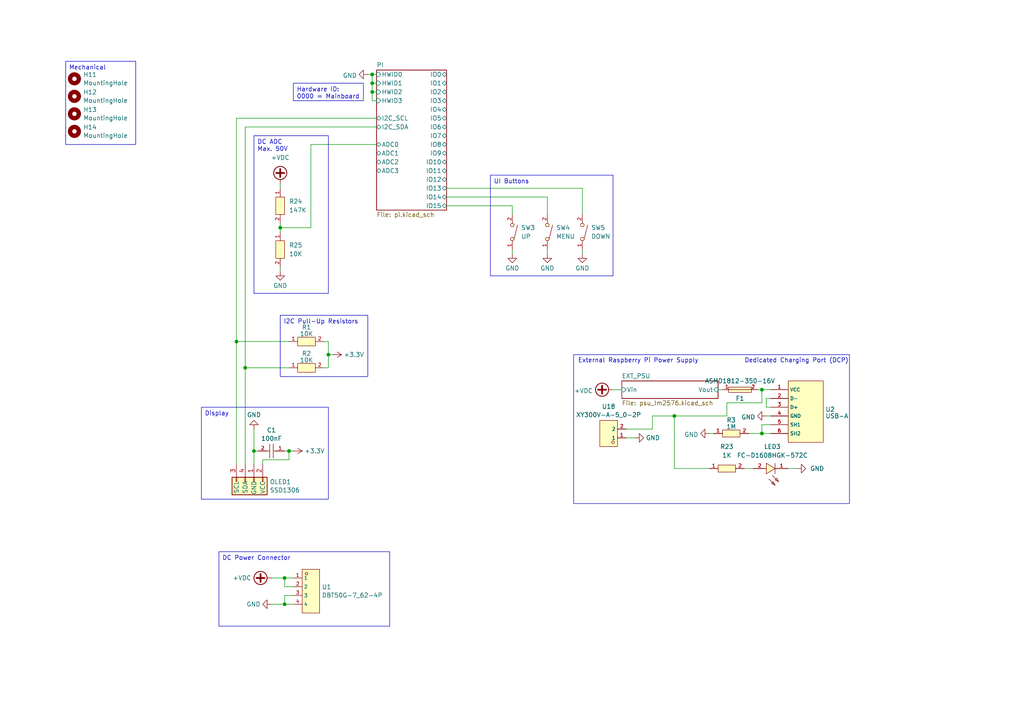
<source format=kicad_sch>
(kicad_sch (version 20230121) (generator eeschema)
  (paper "A4")
  (title_block (title "Dispensy Mainboard") (date "2024-01-28") (rev "0") (company "DrinkRobotics") (comment 1 "https://git.xythobuz.de/thomas/Dispensy") (comment 2 "Licensed under the CERN-OHL-S-2.0+") (comment 3 "PCB Thickness: 1mm") (comment 4 "Copyright (c) 2023 - 2024 Thomas Buck <thomas@xythobuz.de>"))
  (lib_symbols
    (symbol "Mechanical:MountingHole" (pin_names (offset 1.016))
      (property "Reference" "H" (at 0 5.08 0))
      (property "Value" "MountingHole" (at 0 3.175 0))
      (symbol "MountingHole_0_1"
        (circle (center 0 0) (radius 1.27) (stroke (width 1.27)))
      )
    )
    (symbol "SSD1306:SSD1306" (pin_names (offset 1.016))
      (property "Reference" "OLED" (at 0 5.08 0))
      (property "Value" "SSD1306" (at 0 -7.62 0))
      (symbol "SSD1306_1_1"
        (rectangle (start -1.27 -4.953) (end 0 -5.207) (stroke (width 0.1524)))
        (rectangle (start -1.27 -2.413) (end 0 -2.667) (stroke (width 0.1524)))
        (rectangle (start -1.27 0.127) (end 0 -0.127) (stroke (width 0.1524)))
        (rectangle (start -1.27 2.667) (end 0 2.413) (stroke (width 0.1524)))
        (rectangle (start -1.27 3.81) (end 3.81 -6.35) (stroke (width 0.254)) (fill (type background)))
        (pin power_in line (at -5.08 0 0) (length 3.81) (name "GND") (number "1"))
        (pin power_in line (at -5.08 2.54 0) (length 3.81) (name "VCC") (number "2"))
        (pin input line (at -5.08 -5.08 0) (length 3.81) (name "SCL") (number "3"))
        (pin bidirectional line (at -5.08 -2.54 0) (length 3.81) (name "SDA") (number "4"))
      )
    )
    (symbol "jlc:AC0402FR-071ML" (pin_names hide)
      (property "Reference" "R" (at 0 1.27 0))
      (property "Value" "AC0402FR-071ML" (at 0 -2.54 0))
      (symbol "AC0402FR-071ML_0_1"
        (rectangle (start -2.54 1.016) (end 2.54 -1.016) (fill (type background)))
        (pin unspecified line (at -5.08 0 0) (length 2.54) (name "1") (number "1"))
        (pin unspecified line (at 5.08 0 180) (length 2.54) (name "2") (number "2"))
      )
    )
    (symbol "jlc:ASMD1812-350-16V" (pin_names hide)
      (property "Reference" "F" (at 0 1.27 0))
      (property "Value" "ASMD1812-350-16V" (at 0 -2.54 0))
      (symbol "ASMD1812-350-16V_0_1"
        (rectangle (start -3.302 0.762) (end 3.302 -0.762) (fill (type background)))
        (polyline (pts (xy -2.54 0) (xy 2.54 0)))
        (pin unspecified line (at -5.08 0 0) (length 2.54) (name "1") (number "1"))
        (pin unspecified line (at 5.08 0 180) (length 2.54) (name "2") (number "2"))
      )
    )
    (symbol "jlc:CC0402KRX7R8BB104" (pin_names hide)
      (property "Reference" "C" (at 0 1.27 0))
      (property "Value" "CC0402KRX7R8BB104" (at 0 -2.54 0))
      (symbol "CC0402KRX7R8BB104_0_1"
        (polyline (pts (xy -1.27 0) (xy -0.508 0)))
        (polyline (pts (xy -0.508 2.032) (xy -0.508 -2.032)))
        (polyline (pts (xy 0.508 0) (xy 1.27 0)))
        (polyline (pts (xy 0.508 2.032) (xy 0.508 -2.032)))
        (pin input line (at -3.81 0 0) (length 2.54) (name "1") (number "1"))
        (pin input line (at 3.81 0 180) (length 2.54) (name "2") (number "2"))
      )
    )
    (symbol "jlc:CR-02FL6----1K" (pin_names hide)
      (property "Reference" "R" (at 0 1.27 0))
      (property "Value" "CR-02FL6----1K" (at 0 -2.54 0))
      (symbol "CR-02FL6----1K_0_1"
        (rectangle (start -2.54 1.016) (end 2.54 -1.016) (fill (type background)))
        (pin unspecified line (at -5.08 0 0) (length 2.54) (name "1") (number "1"))
        (pin unspecified line (at 5.08 0 180) (length 2.54) (name "2") (number "2"))
      )
    )
    (symbol "jlc:CR-02FL6---10K" (pin_names hide)
      (property "Reference" "R" (at 0 1.27 0))
      (property "Value" "CR-02FL6---10K" (at 0 -2.54 0))
      (symbol "CR-02FL6---10K_0_1"
        (rectangle (start -2.54 1.27) (end 2.54 -1.27) (fill (type background)))
        (pin unspecified line (at -5.08 0 0) (length 2.54) (name "1") (number "1"))
        (pin unspecified line (at 5.08 0 180) (length 2.54) (name "2") (number "2"))
      )
    )
    (symbol "jlc:CR0402F147KQ10Z" (pin_names hide)
      (property "Reference" "R" (at 0 1.27 0))
      (property "Value" "CR0402F147KQ10Z" (at 0 -2.54 0))
      (symbol "CR0402F147KQ10Z_0_1"
        (rectangle (start -2.54 1.27) (end 2.54 -1.27) (fill (type background)))
        (pin unspecified line (at -5.08 0 0) (length 2.54) (name "1") (number "1"))
        (pin unspecified line (at 5.08 0 180) (length 2.54) (name "2") (number "2"))
      )
    )
    (symbol "jlc:DBT50G-7_62-4P"
      (property "Reference" "U" (at 0 1.27 0))
      (property "Value" "DBT50G-7_62-4P" (at 0 -2.54 0))
      (symbol "DBT50G-7_62-4P_0_1"
        (rectangle (start -2.54 6.35) (end 2.54 -6.35) (fill (type background)))
        (circle (center -1.27 5.08) (radius 0.381) (fill (type background)))
        (pin unspecified line (at -5.08 3.81 0) (length 2.54) (name "1") (number "1"))
        (pin unspecified line (at -5.08 1.27 0) (length 2.54) (name "2") (number "2"))
        (pin unspecified line (at -5.08 -1.27 0) (length 2.54) (name "3") (number "3"))
        (pin unspecified line (at -5.08 -3.81 0) (length 2.54) (name "4") (number "4"))
      )
    )
    (symbol "jlc:FC-D1608HGK-572C" (pin_names hide)
      (property "Reference" "LED" (at 0 1.27 0))
      (property "Value" "FC-D1608HGK-572C" (at 0 -2.54 0))
      (symbol "FC-D1608HGK-572C_0_1"
        (polyline (pts (xy -1.27 1.524) (xy -1.27 -1.524)))
        (polyline (pts (xy -0.508 2.032) (xy -2.286 3.81)))
        (polyline (pts (xy 0.508 3.048) (xy -1.27 4.826)))
        (polyline (pts (xy -2.286 3.81) (xy -1.27 3.302) (xy -1.778 2.794) (xy -2.286 3.81)) (fill (type background)))
        (polyline (pts (xy -1.27 4.826) (xy -0.254 4.318) (xy -0.762 3.81) (xy -1.27 4.826)) (fill (type background)))
        (polyline (pts (xy 1.27 -1.524) (xy -1.27 0) (xy 1.27 1.524) (xy 1.27 -1.524)) (fill (type background)))
        (pin input line (at -5.08 0 0) (length 3.81) (name "-") (number "1"))
        (pin input line (at 5.08 0 180) (length 3.81) (name "+") (number "2"))
      )
    )
    (symbol "jlc:TS-1092U-B3D2" (pin_names hide)
      (property "Reference" "SW" (at 0 1.27 0))
      (property "Value" "TS-1092U-B3D2" (at 0 -2.54 0))
      (symbol "TS-1092U-B3D2_0_1"
        (circle (center -2.032 0) (radius 0.508) (fill (type background)))
        (polyline (pts (xy 2.032 1.524) (xy -2.032 0.508)))
        (circle (center 2.032 0) (radius 0.508) (fill (type background)))
        (pin unspecified line (at -5.08 0 0) (length 2.54) (name "1") (number "1"))
        (pin unspecified line (at 5.08 0 180) (length 2.54) (name "2") (number "2"))
      )
    )
    (symbol "jlc:U-USBAR04P-F000"
      (property "Reference" "U" (at 0 1.27 0))
      (property "Value" "U-USBAR04P-F000" (at 0 -2.54 0))
      (symbol "U-USBAR04P-F000_0_1"
        (rectangle (start -2.54 10.16) (end 7.62 -7.62) (fill (type background)))
        (pin unspecified line (at -7.62 7.62 0) (length 5.08) (name "VCC") (number "1"))
        (pin unspecified line (at -7.62 5.08 0) (length 5.08) (name "D-") (number "2"))
        (pin unspecified line (at -7.62 2.54 0) (length 5.08) (name "D+") (number "3"))
        (pin unspecified line (at -7.62 0 0) (length 5.08) (name "GND") (number "4"))
        (pin unspecified line (at -7.62 -2.54 0) (length 5.08) (name "SH1") (number "5"))
        (pin unspecified line (at -7.62 -5.08 0) (length 5.08) (name "SH2") (number "6"))
      )
    )
    (symbol "jlc:XY300V-A-5_0-2P"
      (property "Reference" "U" (at 0 1.27 0))
      (property "Value" "XY300V-A-5_0-2P" (at 0 -2.54 0))
      (symbol "XY300V-A-5_0-2P_0_1"
        (rectangle (start -2.54 3.81) (end 2.54 -3.81) (fill (type background)))
        (circle (center -1.27 2.54) (radius 0.381) (fill (type background)))
        (pin unspecified line (at -5.08 1.27 0) (length 2.54) (name "1") (number "1"))
        (pin unspecified line (at -5.08 -1.27 0) (length 2.54) (name "2") (number "2"))
      )
    )
    (symbol "power:+3.3V" (power) (pin_names (offset 0))
      (property "Value" "+3.3V" (at 0 3.556 0))
      (symbol "+3.3V_0_1"
        (polyline (pts (xy -0.762 1.27) (xy 0 2.54)))
        (polyline (pts (xy 0 0) (xy 0 2.54)))
        (polyline (pts (xy 0 2.54) (xy 0.762 1.27)))
      )
      (symbol "+3.3V_1_1"
        (pin power_in line (at 0 0 90) (length 0) hide (name "+3.3V") (number "1"))
      )
    )
    (symbol "power:+VDC" (power) (pin_names (offset 0))
      (property "Value" "+VDC" (at 0 6.35 0))
      (symbol "+VDC_0_1"
        (polyline (pts (xy -1.143 3.175) (xy 1.143 3.175)) (stroke (width 0.508)))
        (polyline (pts (xy 0 0) (xy 0 1.27)))
        (polyline (pts (xy 0 2.032) (xy 0 4.318)) (stroke (width 0.508)))
        (circle (center 0 3.175) (radius 1.905) (stroke (width 0.254)))
      )
      (symbol "+VDC_1_1"
        (pin power_in line (at 0 0 90) (length 0) hide (name "+VDC") (number "1"))
      )
    )
    (symbol "power:GND" (power) (pin_names (offset 0))
      (property "Value" "GND" (at 0 -3.81 0))
      (symbol "GND_0_1"
        (polyline (pts (xy 0 0) (xy 0 -1.27) (xy 1.27 -1.27) (xy 0 -2.54) (xy -1.27 -1.27) (xy 0 -1.27)))
      )
      (symbol "GND_1_1"
        (pin power_in line (at 0 0 270) (length 0) hide (name "GND") (number "1"))
      )
    )
  )
  (junction (at 71.12 106.68))
  (junction (at 82.55 167.64))
  (junction (at 95.25 102.87))
  (junction (at 81.28 66.04))
  (junction (at 195.58 120.65))
  (junction (at 82.55 175.26))
  (junction (at 220.98 125.73))
  (junction (at 68.58 99.06))
  (junction (at 107.95 24.13))
  (junction (at 107.95 26.67))
  (junction (at 73.66 130.81))
  (junction (at 83.82 130.81))
  (junction (at 107.95 21.59))
  (junction (at 220.98 113.03))
  (wire (pts (xy 181.61 124.46) (xy 189.23 124.46)))
  (wire (pts (xy 210.82 116.84) (xy 220.98 116.84)))
  (wire (pts (xy 220.98 125.73) (xy 217.17 125.73)))
  (wire (pts (xy 222.25 115.57) (xy 223.52 115.57)))
  (wire (pts (xy 106.68 21.59) (xy 107.95 21.59)))
  (wire (pts (xy 81.28 64.77) (xy 81.28 66.04)))
  (wire (pts (xy 129.54 54.61) (xy 168.91 54.61)))
  (wire (pts (xy 129.54 57.15) (xy 158.75 57.15)))
  (wire (pts (xy 83.82 133.35) (xy 83.82 130.81)))
  (wire (pts (xy 76.2 134.62) (xy 76.2 133.35)))
  (wire (pts (xy 73.66 130.81) (xy 73.66 134.62)))
  (wire (pts (xy 82.55 172.72) (xy 82.55 175.26)))
  (wire (pts (xy 85.09 172.72) (xy 82.55 172.72)))
  (wire (pts (xy 71.12 36.83) (xy 109.22 36.83)))
  (wire (pts (xy 93.98 106.68) (xy 95.25 106.68)))
  (wire (pts (xy 210.82 120.65) (xy 210.82 116.84)))
  (wire (pts (xy 71.12 106.68) (xy 83.82 106.68)))
  (wire (pts (xy 228.6 135.89) (xy 231.14 135.89)))
  (wire (pts (xy 95.25 102.87) (xy 96.52 102.87)))
  (wire (pts (xy 195.58 120.65) (xy 210.82 120.65)))
  (wire (pts (xy 73.66 124.46) (xy 73.66 130.81)))
  (wire (pts (xy 222.25 120.65) (xy 223.52 120.65)))
  (wire (pts (xy 109.22 29.21) (xy 107.95 29.21)))
  (wire (pts (xy 107.95 29.21) (xy 107.95 26.67)))
  (wire (pts (xy 82.55 170.18) (xy 82.55 167.64)))
  (wire (pts (xy 158.75 72.39) (xy 158.75 73.66)))
  (wire (pts (xy 195.58 135.89) (xy 195.58 120.65)))
  (wire (pts (xy 189.23 120.65) (xy 195.58 120.65)))
  (wire (pts (xy 68.58 34.29) (xy 109.22 34.29)))
  (wire (pts (xy 78.74 175.26) (xy 82.55 175.26)))
  (wire (pts (xy 205.74 125.73) (xy 207.01 125.73)))
  (wire (pts (xy 181.61 127) (xy 184.15 127)))
  (wire (pts (xy 82.55 130.81) (xy 83.82 130.81)))
  (wire (pts (xy 90.17 41.91) (xy 90.17 66.04)))
  (wire (pts (xy 82.55 167.64) (xy 85.09 167.64)))
  (wire (pts (xy 219.71 113.03) (xy 220.98 113.03)))
  (wire (pts (xy 220.98 113.03) (xy 223.52 113.03)))
  (wire (pts (xy 68.58 134.62) (xy 68.58 99.06)))
  (wire (pts (xy 148.59 59.69) (xy 148.59 62.23)))
  (wire (pts (xy 223.52 118.11) (xy 222.25 118.11)))
  (wire (pts (xy 95.25 106.68) (xy 95.25 102.87)))
  (wire (pts (xy 71.12 134.62) (xy 71.12 106.68)))
  (wire (pts (xy 81.28 53.34) (xy 81.28 54.61)))
  (wire (pts (xy 107.95 26.67) (xy 107.95 24.13)))
  (wire (pts (xy 168.91 54.61) (xy 168.91 62.23)))
  (wire (pts (xy 220.98 123.19) (xy 220.98 125.73)))
  (wire (pts (xy 177.8 113.03) (xy 180.34 113.03)))
  (wire (pts (xy 90.17 66.04) (xy 81.28 66.04)))
  (wire (pts (xy 168.91 72.39) (xy 168.91 73.66)))
  (wire (pts (xy 208.28 113.03) (xy 209.55 113.03)))
  (wire (pts (xy 73.66 130.81) (xy 74.93 130.81)))
  (wire (pts (xy 109.22 24.13) (xy 107.95 24.13)))
  (wire (pts (xy 223.52 123.19) (xy 220.98 123.19)))
  (wire (pts (xy 148.59 72.39) (xy 148.59 73.66)))
  (wire (pts (xy 78.74 167.64) (xy 82.55 167.64)))
  (wire (pts (xy 85.09 170.18) (xy 82.55 170.18)))
  (wire (pts (xy 158.75 57.15) (xy 158.75 62.23)))
  (wire (pts (xy 220.98 116.84) (xy 220.98 113.03)))
  (wire (pts (xy 95.25 99.06) (xy 95.25 102.87)))
  (wire (pts (xy 107.95 24.13) (xy 107.95 21.59)))
  (wire (pts (xy 71.12 36.83) (xy 71.12 106.68)))
  (wire (pts (xy 82.55 175.26) (xy 85.09 175.26)))
  (wire (pts (xy 68.58 99.06) (xy 83.82 99.06)))
  (wire (pts (xy 129.54 59.69) (xy 148.59 59.69)))
  (wire (pts (xy 93.98 99.06) (xy 95.25 99.06)))
  (wire (pts (xy 83.82 130.81) (xy 85.09 130.81)))
  (wire (pts (xy 107.95 21.59) (xy 109.22 21.59)))
  (wire (pts (xy 81.28 66.04) (xy 81.28 67.31)))
  (wire (pts (xy 215.9 135.89) (xy 218.44 135.89)))
  (wire (pts (xy 81.28 77.47) (xy 81.28 78.74)))
  (wire (pts (xy 107.95 26.67) (xy 109.22 26.67)))
  (wire (pts (xy 189.23 124.46) (xy 189.23 120.65)))
  (wire (pts (xy 68.58 34.29) (xy 68.58 99.06)))
  (wire (pts (xy 220.98 125.73) (xy 223.52 125.73)))
  (wire (pts (xy 90.17 41.91) (xy 109.22 41.91)))
  (wire (pts (xy 205.74 135.89) (xy 195.58 135.89)))
  (wire (pts (xy 76.2 133.35) (xy 83.82 133.35)))
  (wire (pts (xy 222.25 118.11) (xy 222.25 115.57)))
  (rectangle (start 166.37 102.87) (end 246.38 146.05))
  (text_box "Hardware ID:\n0000 = Mainboard" (at 85.09 24.13 0) (size 20.32 5.08) (effects (font (size 1.27 1.27)) (justify left top)))
  (text_box "DC ADC\nMax. 50V" (at 73.66 39.37 0) (size 21.59 45.72) (effects (font (size 1.27 1.27)) (justify left top)))
  (text_box "DC Power Connector" (at 63.5 160.02 0) (size 49.53 21.59) (effects (font (size 1.27 1.27)) (justify left top)))
  (text_box "UI Buttons" (at 142.24 50.8 0) (size 35.56 29.21) (effects (font (size 1.27 1.27)) (justify left top)))
  (text_box "I2C Pull-Up Resistors" (at 81.28 91.44 0) (size 25.4 17.78) (effects (font (size 1.27 1.27)) (justify left top)))
  (text_box "Display" (at 58.42 118.11 0) (size 36.83 26.67) (effects (font (size 1.27 1.27)) (justify left top)))
  (text_box "Mechanical" (at 19.05 17.78 0) (size 20.32 24.13) (effects (font (size 1.27 1.27)) (justify left top)))
  (text "Dedicated Charging Port (DCP)" (at 215.9 105.41 0) (effects (font (size 1.27 1.27)) (justify left bottom)))
  (text "External Raspberry Pi Power Supply" (at 167.64 105.41 0) (effects (font (size 1.27 1.27)) (justify left bottom)))
  (symbol (lib_id "Mechanical:MountingHole") (at 21.59 22.86 0) (unit 1)
    (property "Reference" "H11" (at 24.13 21.6479 0) (effects (justify left)))
    (property "Value" "MountingHole" (at 24.13 24.0721 0) (effects (justify left)))
    (property "Footprint" "MountingHole:MountingHole_3.2mm_M3_Pad_TopBottom" (effects hide))
  )
  (symbol (lib_id "power:GND") (at 81.28 78.74 0) (mirror y) (unit 1)
    (property "Reference" "#PWR079" (effects hide))
    (property "Value" "GND" (at 81.28 82.8731 0))
  )
  (symbol (lib_id "jlc:CR0402F147KQ10Z") (at 81.28 59.69 270) (unit 1)
    (property "Reference" "R24" (at 83.82 58.42 90) (effects (justify left)))
    (property "Value" "147K" (at 83.82 60.96 90) (effects (justify left)))
    (property "Footprint" "jlc_footprints:R0402" (effects hide))
    (property "Datasheet" "https://item.szlcsc.com/323315.html" (effects hide))
    (property "LCSC" "C881044" (effects hide))
  )
  (symbol (lib_id "jlc:CC0402KRX7R8BB104") (at 78.74 130.81 180) (unit 1)
    (property "Reference" "C1" (at 78.74 124.7607 0))
    (property "Value" "100nF" (at 78.74 127.1849 0))
    (property "Footprint" "jlc_footprints:C0402" (effects hide))
    (property "Datasheet" "https://item.szlcsc.com/15869.html" (effects hide))
    (property "LCSC" "C105883" (effects hide))
    (property "Capacitance" "100nF" (effects hide))
  )
  (symbol (lib_id "jlc:CR-02FL6----1K") (at 210.82 135.89 0) (unit 1)
    (property "Reference" "R23" (at 210.82 129.54 0))
    (property "Value" "1K" (at 210.82 132.08 0))
    (property "Footprint" "jlc_footprints:R0402" (effects hide))
    (property "Datasheet" "https://item.szlcsc.com/323315.html" (effects hide))
    (property "LCSC" "C279981" (effects hide))
    (property "Resistance" "1kΩ" (effects hide))
  )
  (symbol (lib_id "SSD1306:SSD1306") (at 73.66 139.7 270) (unit 1)
    (property "Reference" "OLED1" (at 78.232 139.7579 90) (effects (justify left)))
    (property "Value" "SSD1306" (at 78.232 142.1821 90) (effects (justify left)))
    (property "Footprint" "extern:SSD1306_0.96_Oled" (effects hide))
  )
  (symbol (lib_id "power:GND") (at 73.66 124.46 180) (unit 1)
    (property "Reference" "#PWR03" (effects hide))
    (property "Value" "GND" (at 73.66 120.3269 0))
  )
  (symbol (lib_id "power:GND") (at 222.25 120.65 270) (unit 1)
    (property "Reference" "#PWR011" (effects hide))
    (property "Value" "GND" (at 219.0751 120.9668 90) (effects (justify right)))
  )
  (symbol (lib_id "Mechanical:MountingHole") (at 21.59 33.02 0) (unit 1)
    (property "Reference" "H13" (at 24.13 31.8079 0) (effects (justify left)))
    (property "Value" "MountingHole" (at 24.13 34.2321 0) (effects (justify left)))
    (property "Footprint" "MountingHole:MountingHole_3.2mm_M3_Pad_TopBottom" (effects hide))
  )
  (symbol (lib_id "jlc:U-USBAR04P-F000") (at 231.14 120.65 0) (unit 1)
    (property "Reference" "U2" (at 239.395 118.7363 0) (effects (justify left)))
    (property "Value" "USB-A" (at 239.395 120.6573 0) (effects (justify left)))
    (property "Footprint" "jlc_footprints:USB-A-TH_USB-302-T" (effects hide))
    (property "Datasheet" "https://item.szlcsc.com/113689.html" (effects hide))
    (property "LCSC" "C386740" (effects hide))
  )
  (symbol (lib_id "jlc:XY300V-A-5_0-2P") (at 176.53 125.73 180) (unit 1)
    (property "Reference" "U18" (at 176.53 117.9027 0))
    (property "Value" "XY300V-A-5_0-2P" (at 176.53 120.3269 0))
    (property "Footprint" "jlc_footprints:CONN-TH_XY300V-A-5.0-2P" (effects hide))
    (property "Datasheet" "https://atta.szlcsc.com/upload/public/pdf/source/20200527/C557648_4A2FA4132AA24EE423B62B1474E9B5BB.pdf" (effects hide))
    (property "LCSC" "C557648" (effects hide))
  )
  (symbol (lib_id "jlc:CR-02FL6---10K") (at 88.9 106.68 0) (unit 1)
    (property "Reference" "R2" (at 88.9 102.5271 0))
    (property "Value" "10K" (at 88.9 104.4481 0))
    (property "Footprint" "jlc_footprints:R0402" (effects hide))
    (property "Datasheet" "https://item.szlcsc.com/323315.html" (effects hide))
    (property "LCSC" "C406733" (effects hide))
    (property "Resistance" "10kΩ" (effects hide))
  )
  (symbol (lib_id "power:+3.3V") (at 96.52 102.87 270) (unit 1)
    (property "Reference" "#PWR08" (effects hide))
    (property "Value" "+3.3V" (at 99.695 102.87 90) (effects (justify left)))
  )
  (symbol (lib_id "jlc:ASMD1812-350-16V") (at 214.63 113.03 0) (unit 1)
    (property "Reference" "F1" (at 214.63 115.57 0))
    (property "Value" "ASMD1812-350-16V" (at 214.63 110.49 0))
    (property "Footprint" "jlc_footprints:F1812" (effects hide))
    (property "Datasheet" "https://item.szlcsc.com/343302.html" (effects hide))
    (property "LCSC" "C2982285" (effects hide))
  )
  (symbol (lib_id "power:GND") (at 205.74 125.73 270) (unit 1)
    (property "Reference" "#PWR010" (effects hide))
    (property "Value" "GND" (at 202.5651 126.0468 90) (effects (justify right)))
  )
  (symbol (lib_id "power:+VDC") (at 78.74 167.64 90) (unit 1)
    (property "Reference" "#PWR01" (effects hide))
    (property "Value" "+VDC" (at 72.898 167.64 90) (effects (justify left)))
  )
  (symbol (lib_id "power:GND") (at 184.15 127 90) (unit 1)
    (property "Reference" "#PWR073" (effects hide))
    (property "Value" "GND" (at 187.325 127 90) (effects (justify right)))
  )
  (symbol (lib_id "Mechanical:MountingHole") (at 21.59 27.94 0) (unit 1)
    (property "Reference" "H12" (at 24.13 26.7279 0) (effects (justify left)))
    (property "Value" "MountingHole" (at 24.13 29.1521 0) (effects (justify left)))
    (property "Footprint" "MountingHole:MountingHole_3.2mm_M3_Pad_TopBottom" (effects hide))
  )
  (symbol (lib_id "jlc:FC-D1608HGK-572C") (at 223.52 135.89 180) (unit 1)
    (property "Reference" "LED3" (at 224.028 129.54 0))
    (property "Value" "FC-D1608HGK-572C" (at 224.028 132.08 0))
    (property "Footprint" "jlc_footprints:LED0603-RD" (effects hide))
    (property "Datasheet" "https://item.szlcsc.com/347874.html" (effects hide))
    (property "LCSC" "C84264" (effects hide))
  )
  (symbol (lib_id "power:GND") (at 168.91 73.66 0) (mirror y) (unit 1)
    (property "Reference" "#PWR012" (effects hide))
    (property "Value" "GND" (at 168.91 77.7931 0))
  )
  (symbol (lib_id "jlc:DBT50G-7_62-4P") (at 90.17 171.45 0) (unit 1)
    (property "Reference" "U1" (at 93.345 170.2379 0) (effects (justify left)))
    (property "Value" "DBT50G-7_62-4P" (at 93.345 172.6621 0) (effects (justify left)))
    (property "Footprint" "jlc_footprints:CONN-TH_4P-P7.62_L15.2-W31.7-EX4.2" (effects hide))
    (property "Datasheet" "https://item.szlcsc.com/512151.html?ref=editor&logined=true" (effects hide))
    (property "LCSC" "C496132" (effects hide))
  )
  (symbol (lib_id "power:GND") (at 231.14 135.89 90) (unit 1)
    (property "Reference" "#PWR078" (effects hide))
    (property "Value" "GND" (at 234.95 135.89 90) (effects (justify right)))
  )
  (symbol (lib_id "jlc:AC0402FR-071ML") (at 212.09 125.73 0) (unit 1)
    (property "Reference" "R3" (at 212.09 121.8311 0))
    (property "Value" "1M" (at 212.09 123.7521 0))
    (property "Footprint" "jlc_footprints:R0402" (effects hide))
    (property "Datasheet" "https://item.szlcsc.com/323315.html" (effects hide))
    (property "LCSC" "C144787" (effects hide))
    (property "Resistance" "1MΩ" (effects hide))
  )
  (symbol (lib_id "power:GND") (at 106.68 21.59 270) (unit 1)
    (property "Reference" "#PWR09" (effects hide))
    (property "Value" "GND" (at 103.5051 21.9068 90) (effects (justify right)))
  )
  (symbol (lib_id "power:+VDC") (at 177.8 113.03 90) (unit 1)
    (property "Reference" "#PWR07" (effects hide))
    (property "Value" "+VDC" (at 171.958 113.3468 90) (effects (justify left)))
  )
  (symbol (lib_id "power:GND") (at 158.75 73.66 0) (mirror y) (unit 1)
    (property "Reference" "#PWR05" (effects hide))
    (property "Value" "GND" (at 158.75 77.7931 0))
  )
  (symbol (lib_id "power:GND") (at 78.74 175.26 270) (unit 1)
    (property "Reference" "#PWR02" (effects hide))
    (property "Value" "GND" (at 75.5651 175.26 90) (effects (justify right)))
  )
  (symbol (lib_id "jlc:CR-02FL6---10K") (at 81.28 72.39 270) (unit 1)
    (property "Reference" "R25" (at 83.82 71.12 90) (effects (justify left)))
    (property "Value" "10K" (at 83.82 73.66 90) (effects (justify left)))
    (property "Footprint" "jlc_footprints:R0402" (effects hide))
    (property "Datasheet" "https://item.szlcsc.com/323315.html" (effects hide))
    (property "LCSC" "C406733" (effects hide))
    (property "Resistance" "10kΩ" (effects hide))
  )
  (symbol (lib_id "power:GND") (at 148.59 73.66 0) (mirror y) (unit 1)
    (property "Reference" "#PWR04" (effects hide))
    (property "Value" "GND" (at 148.59 77.7931 0))
  )
  (symbol (lib_id "jlc:TS-1092U-B3D2") (at 168.91 67.31 270) (mirror x) (unit 1)
    (property "Reference" "SW5" (at 171.45 66.04 90) (effects (justify left)))
    (property "Value" "DOWN" (at 171.45 68.58 90) (effects (justify left)))
    (property "Footprint" "jlc_footprints:SW-SMD_L6.1-W3.6-LS6.6" (effects hide))
    (property "Datasheet" "https://item.szlcsc.com/537807.html" (effects hide))
    (property "LCSC" "C520861" (effects hide))
  )
  (symbol (lib_id "power:+3.3V") (at 85.09 130.81 270) (unit 1)
    (property "Reference" "#PWR06" (effects hide))
    (property "Value" "+3.3V" (at 88.265 130.81 90) (effects (justify left)))
  )
  (symbol (lib_id "jlc:TS-1092U-B3D2") (at 148.59 67.31 270) (mirror x) (unit 1)
    (property "Reference" "SW3" (at 151.13 66.04 90) (effects (justify left)))
    (property "Value" "UP" (at 151.13 68.58 90) (effects (justify left)))
    (property "Footprint" "jlc_footprints:SW-SMD_L6.1-W3.6-LS6.6" (effects hide))
    (property "Datasheet" "https://item.szlcsc.com/537807.html" (effects hide))
    (property "LCSC" "C520861" (effects hide))
  )
  (symbol (lib_id "power:+VDC") (at 81.28 53.34 0) (unit 1)
    (property "Reference" "#PWR080" (effects hide))
    (property "Value" "+VDC" (at 81.28 45.72 0))
  )
  (symbol (lib_id "jlc:CR-02FL6---10K") (at 88.9 99.06 0) (unit 1)
    (property "Reference" "R1" (at 88.9 94.9071 0))
    (property "Value" "10K" (at 88.9 96.8281 0))
    (property "Footprint" "jlc_footprints:R0402" (effects hide))
    (property "Datasheet" "https://item.szlcsc.com/323315.html" (effects hide))
    (property "LCSC" "C406733" (effects hide))
    (property "Resistance" "10kΩ" (effects hide))
  )
  (symbol (lib_id "Mechanical:MountingHole") (at 21.59 38.1 0) (unit 1)
    (property "Reference" "H14" (at 24.13 36.8879 0) (effects (justify left)))
    (property "Value" "MountingHole" (at 24.13 39.3121 0) (effects (justify left)))
    (property "Footprint" "MountingHole:MountingHole_3.2mm_M3_Pad_TopBottom" (effects hide))
  )
  (symbol (lib_id "jlc:TS-1092U-B3D2") (at 158.75 67.31 270) (mirror x) (unit 1)
    (property "Reference" "SW4" (at 161.29 66.04 90) (effects (justify left)))
    (property "Value" "MENU" (at 161.29 68.58 90) (effects (justify left)))
    (property "Footprint" "jlc_footprints:SW-SMD_L6.1-W3.6-LS6.6" (effects hide))
    (property "Datasheet" "https://item.szlcsc.com/537807.html" (effects hide))
    (property "LCSC" "C520861" (effects hide))
  )
  (sheet (at 180.34 110.49) (size 27.94 5.08) (stroke (width 0.1524))
    (property "Sheetname" "EXT_PSU" (at 180.34 109.7784 0) (effects (justify left bottom)))
    (property "Sheetfile" "psu_lm2576.kicad_sch" (at 180.34 116.1546 0) (effects (justify left top)))
    (pin "Vout" input (at 208.28 113.03 0))
    (pin "Vin" input (at 180.34 113.03 180))
  )
  (sheet (at 109.22 20.32) (size 20.32 40.64) (stroke (width 0.1524))
    (property "Sheetname" "PI" (at 109.22 19.6084 0) (effects (justify left bottom)))
    (property "Sheetfile" "pi.kicad_sch" (at 109.22 61.5446 0) (effects (justify left top)))
    (pin "IO8" bidirectional (at 129.54 41.91 0))
    (pin "IO9" bidirectional (at 129.54 44.45 0))
    (pin "IO5" bidirectional (at 129.54 34.29 0))
    (pin "IO6" bidirectional (at 129.54 36.83 0))
    (pin "IO7" bidirectional (at 129.54 39.37 0))
    (pin "IO4" bidirectional (at 129.54 31.75 0))
    (pin "IO3" bidirectional (at 129.54 29.21 0))
    (pin "IO2" bidirectional (at 129.54 26.67 0))
    (pin "IO1" bidirectional (at 129.54 24.13 0))
    (pin "IO0" bidirectional (at 129.54 21.59 0))
    (pin "IO15" bidirectional (at 129.54 59.69 0))
    (pin "IO14" bidirectional (at 129.54 57.15 0))
    (pin "ADC1" bidirectional (at 109.22 44.45 180))
    (pin "ADC2" bidirectional (at 109.22 46.99 180))
    (pin "ADC3" bidirectional (at 109.22 49.53 180))
    (pin "ADC0" bidirectional (at 109.22 41.91 180))
    (pin "IO12" bidirectional (at 129.54 52.07 0))
    (pin "I2C_SDA" bidirectional (at 109.22 36.83 180))
    (pin "IO13" bidirectional (at 129.54 54.61 0))
    (pin "IO10" bidirectional (at 129.54 46.99 0))
    (pin "IO11" bidirectional (at 129.54 49.53 0))
    (pin "I2C_SCL" bidirectional (at 109.22 34.29 180))
    (pin "HWID2" input (at 109.22 26.67 180))
    (pin "HWID3" input (at 109.22 29.21 180))
    (pin "HWID0" input (at 109.22 21.59 180))
    (pin "HWID1" input (at 109.22 24.13 180))
  )
)
</source>
